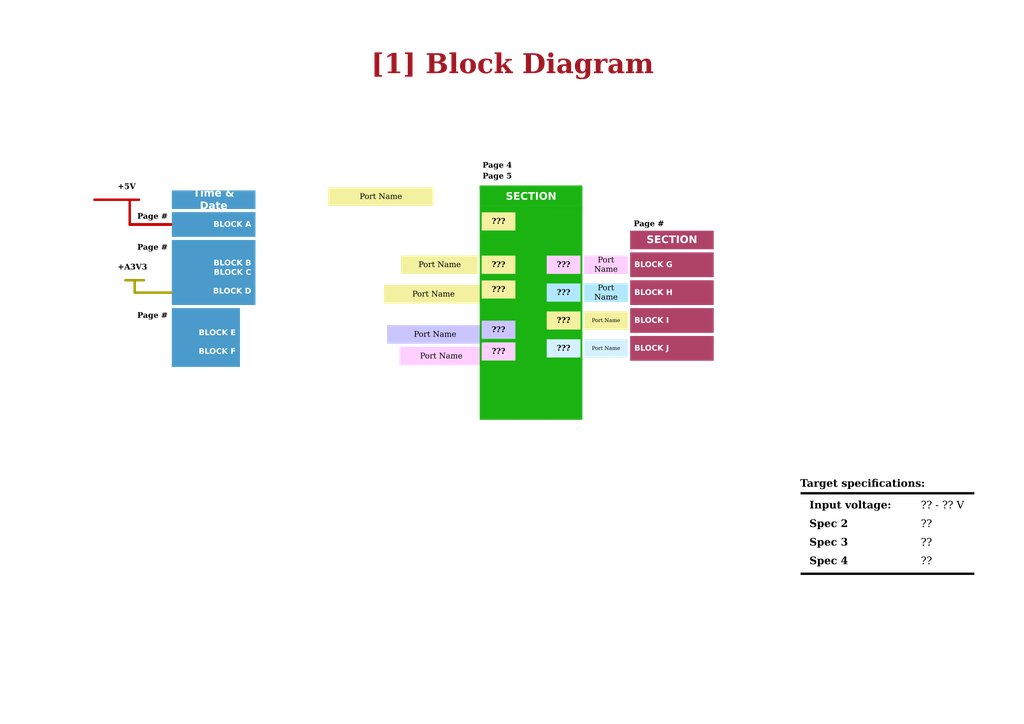
<source format=kicad_sch>
(kicad_sch
	(version 20250114)
	(generator "eeschema")
	(generator_version "9.0")
	(uuid "d4440dba-022e-49b2-97f2-6fc1871c7304")
	(paper "A3")
	(title_block
		(title "Block Diagram")
		(date "2025-01-12")
		(rev "${REVISION}")
		(company "${COMPANY}")
	)
	(lib_symbols)
	(rectangle
		(start 211.455 86.36)
		(end 224.155 172.085)
		(stroke
			(width 0)
			(type default)
			(color 26 179 18 1)
		)
		(fill
			(type color)
			(color 26 179 18 1)
		)
		(uuid 051b3dab-07ca-4b94-92bb-989d74ed83ce)
	)
	(rectangle
		(start -42.418 63.119)
		(end -41.783 63.881)
		(stroke
			(width 0.25)
			(type solid)
			(color 255 153 0 1)
		)
		(fill
			(type color)
			(color 255 153 0 1)
		)
		(uuid 12a8f300-c059-4689-9da2-e775c9b7b222)
	)
	(rectangle
		(start 196.85 76.2)
		(end 238.76 78.105)
		(stroke
			(width 0.254)
			(type default)
			(color 26 179 18 1)
		)
		(fill
			(type color)
			(color 26 179 18 1)
		)
		(uuid 1c38ab9f-78ac-4525-a905-692b68e0d7be)
	)
	(rectangle
		(start 224.155 86.995)
		(end 238.125 104.775)
		(stroke
			(width 0)
			(type default)
			(color 26 179 18 1)
		)
		(fill
			(type color)
			(color 26 179 18 1)
		)
		(uuid 26212d99-97fb-4a34-b4ec-26a67ba18c64)
	)
	(rectangle
		(start 197.485 122.555)
		(end 211.455 131.445)
		(stroke
			(width 0)
			(type default)
			(color 26 179 18 1)
		)
		(fill
			(type color)
			(color 26 179 18 1)
		)
		(uuid 33939e83-1742-40c8-b78d-5af3b914ab31)
	)
	(rectangle
		(start 69.85 119.634)
		(end 70.485 120.396)
		(stroke
			(width 0.25)
			(type default)
			(color 162 155 0 1)
		)
		(fill
			(type color)
			(color 162 155 0 1)
		)
		(uuid 3b840477-c973-44d9-8a43-b3feac50c6bc)
	)
	(rectangle
		(start 238.125 76.2)
		(end 238.76 172.085)
		(stroke
			(width 0)
			(type default)
			(color 26 179 18 1)
		)
		(fill
			(type color)
			(color 26 179 18 1)
		)
		(uuid 43ad7506-e0d7-49b6-972c-517451df1dd9)
	)
	(rectangle
		(start -73.787 63.119)
		(end -73.152 63.881)
		(stroke
			(width 0.25)
			(type solid)
			(color 194 0 194 1)
		)
		(fill
			(type color)
			(color 194 0 194 1)
		)
		(uuid 4c6cb9bc-6ebc-49a3-893d-9406d03eb74b)
	)
	(rectangle
		(start 224.155 135.255)
		(end 238.125 139.065)
		(stroke
			(width 0)
			(type default)
			(color 26 179 18 1)
		)
		(fill
			(type color)
			(color 26 179 18 1)
		)
		(uuid 5911023f-b729-4638-87b7-c8fa6a2da4ad)
	)
	(rectangle
		(start -73.025 74.93)
		(end -42.545 90.17)
		(stroke
			(width 0)
			(type default)
			(color 255 200 0 0.5019607843)
		)
		(fill
			(type color)
			(color 255 200 0 0.5019607843)
		)
		(uuid 6d27083e-baf9-459e-b0dc-430395e74362)
	)
	(rectangle
		(start 69.85 91.694)
		(end 70.485 92.456)
		(stroke
			(width 0.25)
			(type solid)
			(color 194 0 0 1)
		)
		(fill
			(type color)
			(color 194 0 0 1)
		)
		(uuid 70402685-b75b-4b36-9a72-62f7d7d97bb6)
	)
	(rectangle
		(start 224.155 123.825)
		(end 238.125 127.635)
		(stroke
			(width 0)
			(type default)
			(color 26 179 18 1)
		)
		(fill
			(type color)
			(color 26 179 18 1)
		)
		(uuid 704c4eca-e0af-4df0-a6c1-739054ac1983)
	)
	(rectangle
		(start 197.485 112.395)
		(end 211.455 114.935)
		(stroke
			(width 0)
			(type default)
			(color 26 179 18 1)
		)
		(fill
			(type color)
			(color 26 179 18 1)
		)
		(uuid 74c5f5ac-510e-4c99-8e0e-ca2d145a7687)
	)
	(rectangle
		(start 224.155 112.395)
		(end 238.125 116.205)
		(stroke
			(width 0)
			(type default)
			(color 26 179 18 1)
		)
		(fill
			(type color)
			(color 26 179 18 1)
		)
		(uuid 87d7856c-4e25-4074-8ed9-6d9286fce9a4)
	)
	(rectangle
		(start -80.645 48.26)
		(end -34.925 96.52)
		(stroke
			(width 1.27)
			(type default)
			(color 200 200 200 1)
		)
		(fill
			(type none)
		)
		(uuid 897139e0-9c3f-4923-b42e-05cc6d59978b)
	)
	(rectangle
		(start -90.043 85.09)
		(end -89.027 85.852)
		(stroke
			(width 0.001)
			(type default)
			(color 0 0 0 1)
		)
		(fill
			(type color)
			(color 0 0 0 1)
		)
		(uuid 8fb245d6-696e-46a9-aee0-fc71b1bd2811)
	)
	(rectangle
		(start -73.787 82.169)
		(end -73.152 82.931)
		(stroke
			(width 0.25)
			(type solid)
			(color 194 0 194 1)
		)
		(fill
			(type color)
			(color 194 0 194 1)
		)
		(uuid 926c14cd-51d6-4183-83aa-3acd3f364634)
	)
	(rectangle
		(start 328.422 234.95)
		(end 399.542 235.712)
		(stroke
			(width 0)
			(type default)
			(color 0 0 0 1)
		)
		(fill
			(type color)
			(color 0 0 0 1)
		)
		(uuid 96358351-64fb-49b9-98d4-c975a586b1c3)
	)
	(rectangle
		(start 197.485 139.065)
		(end 211.455 140.335)
		(stroke
			(width 0)
			(type default)
			(color 26 179 18 1)
		)
		(fill
			(type color)
			(color 26 179 18 1)
		)
		(uuid 97242065-2f97-4ca3-afed-c927195a53b5)
	)
	(rectangle
		(start -42.418 82.169)
		(end -41.783 82.931)
		(stroke
			(width 0.25)
			(type default)
			(color 212 0 32 1)
		)
		(fill
			(type color)
			(color 212 0 32 1)
		)
		(uuid b511ed02-73dc-4aca-8856-32e3a0e7b2bd)
	)
	(rectangle
		(start 197.485 94.615)
		(end 211.455 104.775)
		(stroke
			(width 0)
			(type default)
			(color 26 179 18 1)
		)
		(fill
			(type color)
			(color 26 179 18 1)
		)
		(uuid b7a01405-5415-4722-a9d4-e1bc398d69f2)
	)
	(rectangle
		(start 224.155 146.685)
		(end 238.125 172.085)
		(stroke
			(width 0)
			(type default)
			(color 26 179 18 1)
		)
		(fill
			(type color)
			(color 26 179 18 1)
		)
		(uuid c05a42e9-546b-43b1-a369-f14860ee7f90)
	)
	(rectangle
		(start 197.485 147.955)
		(end 211.455 172.085)
		(stroke
			(width 0)
			(type default)
			(color 26 179 18 1)
		)
		(fill
			(type color)
			(color 26 179 18 1)
		)
		(uuid c0f61f09-5d95-4ea6-baa5-6b9b5ba11fd4)
	)
	(circle
		(center -89.535 82.55)
		(radius 1.016)
		(stroke
			(width 0)
			(type default)
			(color 198 71 194 1)
		)
		(fill
			(type color)
			(color 198 71 194 1)
		)
		(uuid c30887ce-e8b0-4e61-8035-f856b5a10339)
	)
	(rectangle
		(start 328.422 201.93)
		(end 399.542 202.692)
		(stroke
			(width 0)
			(type default)
			(color 0 0 0 1)
		)
		(fill
			(type color)
			(color 0 0 0 1)
		)
		(uuid ca4906af-4562-456f-b79d-f6f2c9056c36)
	)
	(rectangle
		(start -73.025 55.88)
		(end -42.545 71.12)
		(stroke
			(width 0)
			(type default)
			(color 255 200 0 0.5019607843)
		)
		(fill
			(type color)
			(color 255 200 0 0.5019607843)
		)
		(uuid d13c4f55-d46a-439a-a208-cbdf66d39a09)
	)
	(rectangle
		(start 196.85 76.2)
		(end 197.485 172.085)
		(stroke
			(width 0)
			(type default)
			(color 26 179 18 1)
		)
		(fill
			(type color)
			(color 26 179 18 1)
		)
		(uuid dc9ef58a-3544-4871-98b7-f59b2deb6c2b)
	)
	(rectangle
		(start 197.485 84.455)
		(end 238.76 86.995)
		(stroke
			(width 0)
			(type default)
			(color 26 179 18 1)
		)
		(fill
			(type color)
			(color 26 179 18 1)
		)
		(uuid f6ac3050-3d82-4a34-858d-91b5402f431f)
	)
	(circle
		(center -89.535 63.5)
		(radius 1.016)
		(stroke
			(width 0)
			(type default)
			(color 198 71 194 1)
		)
		(fill
			(type color)
			(color 198 71 194 1)
		)
		(uuid fb962045-e3ad-427d-8e13-7189ce103507)
	)
	(text "+12V"
		(exclude_from_sim no)
		(at -94.615 52.07 0)
		(effects
			(font
				(face "Times New Roman")
				(size 2.286 2.286)
				(thickness 0.4572)
				(bold yes)
				(color 0 0 0 1)
			)
			(justify left bottom)
		)
		(uuid "101bf075-2779-4382-8921-8033e4839d29")
	)
	(text "+5V"
		(exclude_from_sim no)
		(at 48.26 78.74 0)
		(effects
			(font
				(face "Times New Roman")
				(size 2.286 2.286)
				(thickness 0.4572)
				(bold yes)
				(color 0 0 0 1)
			)
			(justify left bottom)
		)
		(uuid "23593793-e5e2-4dd7-8899-50a4202bb53e")
	)
	(text "+A3V3"
		(exclude_from_sim no)
		(at 48.26 111.76 0)
		(effects
			(font
				(face "Times New Roman")
				(size 2.286 2.286)
				(thickness 0.4572)
				(bold yes)
				(color 0 0 0 1)
			)
			(justify left bottom)
		)
		(uuid "7cb39811-7e9e-4b6a-b7ed-352cfdbf227b")
	)
	(text "+5V"
		(exclude_from_sim no)
		(at -24.765 71.12 0)
		(effects
			(font
				(face "Times New Roman")
				(size 2.286 2.286)
				(thickness 0.4572)
				(bold yes)
				(color 0 0 0 1)
			)
			(justify right bottom)
		)
		(uuid "ad6e3829-3684-4af1-9a28-ced841b0c880")
	)
	(text "~+170V"
		(exclude_from_sim no)
		(at -23.495 52.07 0)
		(effects
			(font
				(face "Times New Roman")
				(size 2.286 2.286)
				(thickness 0.4572)
				(bold yes)
				(color 0 0 0 1)
			)
			(justify right bottom)
		)
		(uuid "f6a5ad4b-42cb-4635-94fa-d83f0234055d")
	)
	(text_box "SECTION"
		(exclude_from_sim no)
		(at 258.445 94.615 0)
		(size 34.29 7.62)
		(margins 2.2859 2.2859 2.2859 2.2859)
		(stroke
			(width -0.0001)
			(type default)
		)
		(fill
			(type color)
			(color 175 67 103 1)
		)
		(effects
			(font
				(face "Arial")
				(size 3.048 3.048)
				(bold yes)
				(color 255 255 255 1)
			)
		)
		(uuid "08792924-1597-48a7-a535-4ea702d4e92a")
	)
	(text_box "Spec 4"
		(exclude_from_sim no)
		(at 329.692 226.06 0)
		(size 44.45 7.62)
		(margins 2.2859 2.2859 2.2859 2.2859)
		(stroke
			(width -0.0001)
			(type default)
		)
		(fill
			(type none)
		)
		(effects
			(font
				(face "Times New Roman")
				(size 3.048 3.048)
				(thickness 0.4572)
				(bold yes)
				(color 0 0 0 1)
			)
			(justify left top)
		)
		(uuid "0b8fa12d-be48-46d8-a337-f14f24e9a703")
	)
	(text_box "BLOCK H"
		(exclude_from_sim no)
		(at 258.445 114.935 0)
		(size 34.29 10.16)
		(margins 1.7144 1.7144 1.7144 1.7144)
		(stroke
			(width -0.0001)
			(type default)
		)
		(fill
			(type color)
			(color 175 67 103 1)
		)
		(effects
			(font
				(face "Arial")
				(size 2.286 2.286)
				(bold yes)
				(color 255 255 255 1)
			)
			(justify left)
		)
		(uuid "0b9b765b-8d21-4bd4-bfcc-8abb2cd50003")
	)
	(text_box "\nBLOCK B\nBLOCK C\n\nBLOCK D"
		(exclude_from_sim no)
		(at 70.485 98.425 0)
		(size 34.29 26.67)
		(margins 1.7144 1.7144 1.7144 1.7144)
		(stroke
			(width -0.0001)
			(type default)
		)
		(fill
			(type color)
			(color 74 155 203 1)
		)
		(effects
			(font
				(face "Arial")
				(size 2.286 2.286)
				(bold yes)
				(color 255 255 255 1)
			)
			(justify right)
		)
		(uuid "0ca6e80b-6bc5-4e32-b003-d47921d4eb4e")
	)
	(text_box "BLOCK I"
		(exclude_from_sim no)
		(at 258.445 126.365 0)
		(size 34.29 10.16)
		(margins 1.7144 1.7144 1.7144 1.7144)
		(stroke
			(width -0.0001)
			(type default)
		)
		(fill
			(type color)
			(color 175 67 103 1)
		)
		(effects
			(font
				(face "Arial")
				(size 2.286 2.286)
				(bold yes)
				(color 255 255 255 1)
			)
			(justify left)
		)
		(uuid "11e64421-736a-42af-9a25-95ee829c7839")
	)
	(text_box "?? - ?? V"
		(exclude_from_sim no)
		(at 375.412 203.2 0)
		(size 24.13 7.62)
		(margins 2.2859 2.2859 2.2859 2.2859)
		(stroke
			(width -0.0001)
			(type default)
		)
		(fill
			(type none)
		)
		(effects
			(font
				(face "Times New Roman")
				(size 3.048 3.048)
				(color 0 0 0 1)
			)
			(justify left top)
		)
		(uuid "15dd005a-2a1f-436c-a9b8-4953c7e00daf")
	)
	(text_box "HV Boost\nMax xxx mA"
		(exclude_from_sim no)
		(at -70.485 58.42 0)
		(size 25.4 10.16)
		(margins 1.7144 1.7144 1.7144 1.7144)
		(stroke
			(width -0.0001)
			(type solid)
		)
		(fill
			(type none)
		)
		(effects
			(font
				(face "Arial")
				(size 2.286 2.286)
				(thickness 0.254)
				(bold yes)
				(color 0 0 0 1)
			)
			(justify left top)
		)
		(uuid "2663f24d-cd9a-4dae-a281-16b6b61253ad")
	)
	(text_box "??"
		(exclude_from_sim no)
		(at 375.412 226.06 0)
		(size 24.13 7.62)
		(margins 2.2859 2.2859 2.2859 2.2859)
		(stroke
			(width -0.0001)
			(type default)
		)
		(fill
			(type none)
		)
		(effects
			(font
				(face "Times New Roman")
				(size 3.048 3.048)
				(color 0 0 0 1)
			)
			(justify left top)
		)
		(uuid "286ce998-255c-48c3-a453-7c9a43b4377f")
	)
	(text_box "SECTION"
		(exclude_from_sim no)
		(at 197.485 76.835 0)
		(size 40.64 7.62)
		(margins 2.2859 2.2859 2.2859 2.2859)
		(stroke
			(width -0.0001)
			(type default)
		)
		(fill
			(type color)
			(color 26 179 18 1)
		)
		(effects
			(font
				(face "Arial")
				(size 3.048 3.048)
				(bold yes)
				(color 255 255 255 1)
			)
		)
		(uuid "303e44ee-abec-47f8-8dea-369c5a3e7105")
	)
	(text_box "???"
		(exclude_from_sim no)
		(at 197.485 104.775 0)
		(size 13.97 7.62)
		(margins 1.7144 1.7144 1.7144 1.7144)
		(stroke
			(width -0.0001)
			(type default)
		)
		(fill
			(type color)
			(color 243 240 160 1)
		)
		(effects
			(font
				(face "Times New Roman")
				(size 2.286 2.286)
				(bold yes)
				(color 0 0 0 1)
			)
		)
		(uuid "31760221-0d6f-4f56-83a1-ee270701886f")
	)
	(text_box "Port Name"
		(exclude_from_sim no)
		(at 239.395 104.775 0)
		(size 18.288 7.62)
		(margins 1.7144 1.7144 1.7144 1.7144)
		(stroke
			(width -0.0001)
			(type default)
		)
		(fill
			(type color)
			(color 255 207 255 1)
		)
		(effects
			(font
				(face "Times New Roman")
				(size 2.286 2.286)
				(italic yes)
				(color 0 0 0 1)
			)
		)
		(uuid "3821ca79-fb94-443d-a0d0-b8f77f4280b0")
	)
	(text_box "BLOCK G"
		(exclude_from_sim no)
		(at 258.445 103.505 0)
		(size 34.29 10.16)
		(margins 1.7144 1.7144 1.7144 1.7144)
		(stroke
			(width -0.0001)
			(type default)
		)
		(fill
			(type color)
			(color 175 67 103 1)
		)
		(effects
			(font
				(face "Arial")
				(size 2.286 2.286)
				(bold yes)
				(color 255 255 255 1)
			)
			(justify left)
		)
		(uuid "3876e24b-eb64-40f0-82f4-8ed551a76338")
	)
	(text_box "BLOCK A"
		(exclude_from_sim no)
		(at 70.485 86.995 0)
		(size 34.29 10.16)
		(margins 1.7144 1.7144 1.7144 1.7144)
		(stroke
			(width -0.0001)
			(type solid)
		)
		(fill
			(type color)
			(color 74 155 203 1)
		)
		(effects
			(font
				(face "Arial")
				(size 2.286 2.286)
				(bold yes)
				(color 255 255 255 1)
			)
			(justify right)
		)
		(uuid "3910b3f6-1cc5-449c-afe1-9650f7f39464")
	)
	(text_box "???"
		(exclude_from_sim no)
		(at 197.485 140.335 0)
		(size 13.97 7.62)
		(margins 1.7144 1.7144 1.7144 1.7144)
		(stroke
			(width -0.0001)
			(type default)
		)
		(fill
			(type color)
			(color 255 207 255 1)
		)
		(effects
			(font
				(face "Times New Roman")
				(size 2.286 2.286)
				(bold yes)
				(color 0 0 0 1)
			)
		)
		(uuid "3a803ec7-48bf-494a-8620-a6b0d82a5e96")
	)
	(text_box "Page #"
		(exclude_from_sim no)
		(at 52.705 85.725 0)
		(size 17.78 5.08)
		(margins 1.7144 1.7144 1.7144 1.7144)
		(stroke
			(width -0.0001)
			(type default)
		)
		(fill
			(type none)
		)
		(effects
			(font
				(face "Times New Roman")
				(size 2.286 2.286)
				(thickness 0.4572)
				(bold yes)
				(color 0 0 0 1)
			)
			(justify right top)
		)
		(uuid "437beeb4-8fab-4629-8a22-68c4be7a2c41")
	)
	(text_box "Port Name"
		(exclude_from_sim no)
		(at 239.395 139.065 0)
		(size 18.288 7.62)
		(margins 1.1429 1.1429 1.1429 1.1429)
		(stroke
			(width -0.0001)
			(type default)
		)
		(fill
			(type color)
			(color 213 241 255 1)
		)
		(effects
			(font
				(face "Times New Roman")
				(size 1.524 1.524)
				(italic yes)
				(color 0 0 0 1)
			)
		)
		(uuid "5bc00d08-ece7-489a-82a0-99db7e5f4aea")
	)
	(text_box "Port Name"
		(exclude_from_sim no)
		(at 164.465 104.775 0)
		(size 31.75 7.62)
		(margins 1.7144 1.7144 1.7144 1.7144)
		(stroke
			(width -0.0001)
			(type default)
		)
		(fill
			(type color)
			(color 243 240 160 1)
		)
		(effects
			(font
				(face "Times New Roman")
				(size 2.286 2.286)
				(italic yes)
				(color 0 0 0 1)
			)
		)
		(uuid "5ce5a322-8350-4910-8fa8-1f7f1d462e6a")
	)
	(text_box "Port Name"
		(exclude_from_sim no)
		(at 239.395 127.635 0)
		(size 18.288 7.62)
		(margins 1.1429 1.1429 1.1429 1.1429)
		(stroke
			(width -0.0001)
			(type default)
		)
		(fill
			(type color)
			(color 243 240 160 1)
		)
		(effects
			(font
				(face "Times New Roman")
				(size 1.524 1.524)
				(italic yes)
				(color 0 0 0 1)
			)
		)
		(uuid "5f4a2d80-9818-43e5-9ca8-d8665fb36805")
	)
	(text_box "Page 4"
		(exclude_from_sim no)
		(at 196.215 64.77 0)
		(size 24.765 5.08)
		(margins 1.7144 1.7144 1.7144 1.7144)
		(stroke
			(width -0.0001)
			(type default)
		)
		(fill
			(type none)
		)
		(effects
			(font
				(face "Times New Roman")
				(size 2.286 2.286)
				(thickness 0.4572)
				(bold yes)
				(color 0 0 0 1)
			)
			(justify left top)
		)
		(uuid "5fb758b9-5535-46ac-bcbe-588aaeffe614")
	)
	(text_box "???"
		(exclude_from_sim no)
		(at 224.155 116.205 0)
		(size 13.97 7.62)
		(margins 1.7144 1.7144 1.7144 1.7144)
		(stroke
			(width -0.0001)
			(type default)
		)
		(fill
			(type color)
			(color 178 232 255 1)
		)
		(effects
			(font
				(face "Times New Roman")
				(size 2.286 2.286)
				(bold yes)
				(color 0 0 0 1)
			)
		)
		(uuid "6bb82d71-4237-4fb9-a71e-68c5a65a7171")
	)
	(text_box "Page #"
		(exclude_from_sim no)
		(at 52.705 126.365 0)
		(size 17.78 5.08)
		(margins 1.7144 1.7144 1.7144 1.7144)
		(stroke
			(width -0.0001)
			(type default)
		)
		(fill
			(type none)
		)
		(effects
			(font
				(face "Times New Roman")
				(size 2.286 2.286)
				(thickness 0.4572)
				(bold yes)
				(color 0 0 0 1)
			)
			(justify right top)
			(href "#")
		)
		(uuid "71234750-6a94-4706-b48c-45e77bb2fa83")
	)
	(text_box "[${#}] ${TITLE}"
		(exclude_from_sim no)
		(at 144.78 20.32 0)
		(size 130.81 12.7)
		(margins 5.9999 5.9999 5.9999 5.9999)
		(stroke
			(width -0.0001)
			(type default)
		)
		(fill
			(type none)
		)
		(effects
			(font
				(face "Times New Roman")
				(size 8 8)
				(thickness 1.2)
				(bold yes)
				(color 162 22 34 1)
			)
		)
		(uuid "73b2b29c-2473-4e80-be0b-4f57c6856c3e")
	)
	(text_box "??"
		(exclude_from_sim no)
		(at 375.412 210.82 0)
		(size 24.13 7.62)
		(margins 2.2859 2.2859 2.2859 2.2859)
		(stroke
			(width -0.0001)
			(type default)
		)
		(fill
			(type none)
		)
		(effects
			(font
				(face "Times New Roman")
				(size 3.048 3.048)
				(color 0 0 0 1)
			)
			(justify left top)
		)
		(uuid "79a60212-4382-435d-b74b-f889451ff3a1")
	)
	(text_box "Input voltage:"
		(exclude_from_sim no)
		(at 329.692 203.2 0)
		(size 41.91 7.62)
		(margins 2.2859 2.2859 2.2859 2.2859)
		(stroke
			(width -0.0001)
			(type default)
		)
		(fill
			(type none)
		)
		(effects
			(font
				(face "Times New Roman")
				(size 3.048 3.048)
				(thickness 0.4572)
				(bold yes)
				(color 0 0 0 1)
			)
			(justify left top)
		)
		(uuid "7a48ef1e-fc21-4f84-87ab-2b944a808bd0")
	)
	(text_box "Time & Date"
		(exclude_from_sim no)
		(at 70.485 78.105 0)
		(size 34.29 7.62)
		(margins 2.2859 2.2859 2.2859 2.2859)
		(stroke
			(width -0.0001)
			(type solid)
		)
		(fill
			(type color)
			(color 74 155 203 1)
		)
		(effects
			(font
				(face "Arial")
				(size 3.048 3.048)
				(bold yes)
				(color 255 255 255 1)
			)
		)
		(uuid "7a77dff7-2b2f-4cc0-b247-3708c3bf73e3")
	)
	(text_box "Port Name"
		(exclude_from_sim no)
		(at 163.83 142.24 0)
		(size 34.29 7.62)
		(margins 1.7144 1.7144 1.7144 1.7144)
		(stroke
			(width -0.0001)
			(type default)
		)
		(fill
			(type color)
			(color 255 207 255 1)
		)
		(effects
			(font
				(face "Times New Roman")
				(size 2.286 2.286)
				(italic yes)
				(color 0 0 0 1)
			)
		)
		(uuid "84849006-fb86-4477-a3f4-4ca49bfeb231")
	)
	(text_box "Page #"
		(exclude_from_sim no)
		(at 52.705 98.425 0)
		(size 17.78 5.08)
		(margins 1.7144 1.7144 1.7144 1.7144)
		(stroke
			(width -0.0001)
			(type default)
		)
		(fill
			(type none)
		)
		(effects
			(font
				(face "Times New Roman")
				(size 2.286 2.286)
				(thickness 0.4572)
				(bold yes)
				(color 0 0 0 1)
			)
			(justify right top)
		)
		(uuid "87f20548-41ba-4502-b504-e75401f699bf")
	)
	(text_box "???"
		(exclude_from_sim no)
		(at 197.485 131.445 0)
		(size 13.97 7.62)
		(margins 1.7144 1.7144 1.7144 1.7144)
		(stroke
			(width -0.0001)
			(type default)
		)
		(fill
			(type color)
			(color 202 196 255 1)
		)
		(effects
			(font
				(face "Times New Roman")
				(size 2.286 2.286)
				(bold yes)
				(color 0 0 0 1)
			)
		)
		(uuid "88cc83e7-7bb4-4d6b-9595-b9e1bee5e04b")
	)
	(text_box "Target specifications:"
		(exclude_from_sim no)
		(at 325.882 194.31 0)
		(size 73.66 7.62)
		(margins 2.2859 2.2859 2.2859 2.2859)
		(stroke
			(width -0.0001)
			(type default)
		)
		(fill
			(type none)
		)
		(effects
			(font
				(face "Times New Roman")
				(size 3.048 3.048)
				(thickness 0.4572)
				(bold yes)
				(color 0 0 0 1)
			)
			(justify left top)
		)
		(uuid "92d1b8db-5c65-4f81-bd38-95477ba2f196")
	)
	(text_box "???"
		(exclude_from_sim no)
		(at 197.485 114.935 0)
		(size 13.97 7.62)
		(margins 1.7144 1.7144 1.7144 1.7144)
		(stroke
			(width -0.0001)
			(type default)
		)
		(fill
			(type color)
			(color 243 240 160 1)
		)
		(effects
			(font
				(face "Times New Roman")
				(size 2.286 2.286)
				(bold yes)
				(color 0 0 0 1)
			)
		)
		(uuid "944097c9-4bfa-4c51-95fb-545c2fe74181")
	)
	(text_box "???"
		(exclude_from_sim no)
		(at 224.155 139.065 0)
		(size 13.97 7.62)
		(margins 1.7144 1.7144 1.7144 1.7144)
		(stroke
			(width -0.0001)
			(type default)
		)
		(fill
			(type color)
			(color 213 241 255 1)
		)
		(effects
			(font
				(face "Times New Roman")
				(size 2.286 2.286)
				(bold yes)
				(color 0 0 0 1)
			)
		)
		(uuid "96a92221-2447-4655-a0df-2333f7d2fcea")
	)
	(text_box "???"
		(exclude_from_sim no)
		(at 224.155 104.775 0)
		(size 13.97 7.62)
		(margins 1.7144 1.7144 1.7144 1.7144)
		(stroke
			(width -0.0001)
			(type default)
		)
		(fill
			(type color)
			(color 255 207 255 1)
		)
		(effects
			(font
				(face "Times New Roman")
				(size 2.286 2.286)
				(bold yes)
				(color 0 0 0 1)
			)
		)
		(uuid "99de4852-1e6a-43c2-80a3-f90f994ca547")
	)
	(text_box "Port Name"
		(exclude_from_sim no)
		(at 157.48 116.84 0)
		(size 40.64 7.62)
		(margins 1.7144 1.7144 1.7144 1.7144)
		(stroke
			(width -0.0001)
			(type default)
		)
		(fill
			(type color)
			(color 243 240 160 1)
		)
		(effects
			(font
				(face "Times New Roman")
				(size 2.286 2.286)
				(italic yes)
				(color 0 0 0 1)
			)
		)
		(uuid "9f20ae52-6c21-4c39-bd5b-0dd4e6ac30ac")
	)
	(text_box "Spec 3"
		(exclude_from_sim no)
		(at 329.692 218.44 0)
		(size 41.91 7.62)
		(margins 2.2859 2.2859 2.2859 2.2859)
		(stroke
			(width -0.0001)
			(type default)
		)
		(fill
			(type none)
		)
		(effects
			(font
				(face "Times New Roman")
				(size 3.048 3.048)
				(thickness 0.4572)
				(bold yes)
				(color 0 0 0 1)
			)
			(justify left top)
		)
		(uuid "a94bbe48-2b5a-4095-ae3e-6304ba06e582")
	)
	(text_box "??"
		(exclude_from_sim no)
		(at 375.412 218.44 0)
		(size 24.13 7.62)
		(margins 2.2859 2.2859 2.2859 2.2859)
		(stroke
			(width -0.0001)
			(type default)
		)
		(fill
			(type none)
		)
		(effects
			(font
				(face "Times New Roman")
				(size 3.048 3.048)
				(color 0 0 0 1)
			)
			(justify left top)
		)
		(uuid "a9743942-0f35-4d97-920c-63913a3a8cf5")
	)
	(text_box "Spec 2"
		(exclude_from_sim no)
		(at 329.692 210.82 0)
		(size 43.18 7.62)
		(margins 2.2859 2.2859 2.2859 2.2859)
		(stroke
			(width -0.0001)
			(type default)
		)
		(fill
			(type none)
		)
		(effects
			(font
				(face "Times New Roman")
				(size 3.048 3.048)
				(thickness 0.4572)
				(bold yes)
				(color 0 0 0 1)
			)
			(justify left top)
		)
		(uuid "acb13397-22c2-4daa-8b50-96cfdf3951b7")
	)
	(text_box "???"
		(exclude_from_sim no)
		(at 197.485 86.995 0)
		(size 13.97 7.62)
		(margins 1.7144 1.7144 1.7144 1.7144)
		(stroke
			(width -0.0001)
			(type default)
		)
		(fill
			(type color)
			(color 243 240 160 1)
		)
		(effects
			(font
				(face "Times New Roman")
				(size 2.286 2.286)
				(bold yes)
				(color 0 0 0 1)
			)
		)
		(uuid "b718a613-50e2-4e59-ad8f-81f389012f74")
	)
	(text_box "Port Name"
		(exclude_from_sim no)
		(at 158.75 133.35 0)
		(size 39.37 7.62)
		(margins 1.7144 1.7144 1.7144 1.7144)
		(stroke
			(width -0.0001)
			(type default)
		)
		(fill
			(type color)
			(color 202 196 255 1)
		)
		(effects
			(font
				(face "Times New Roman")
				(size 2.286 2.286)
				(italic yes)
				(color 0 0 0 1)
			)
		)
		(uuid "be16dbe1-3641-4384-b37c-5e66a5e92800")
	)
	(text_box "Logic Supply\nMax xxx mA"
		(exclude_from_sim no)
		(at -70.485 77.47 0)
		(size 25.4 10.16)
		(margins 1.7144 1.7144 1.7144 1.7144)
		(stroke
			(width -0.0001)
			(type solid)
		)
		(fill
			(type none)
		)
		(effects
			(font
				(face "Arial")
				(size 2.286 2.286)
				(thickness 0.254)
				(bold yes)
				(color 0 0 0 1)
			)
			(justify left top)
		)
		(uuid "c57b2792-b5b6-4248-8bcf-18760935fbf0")
	)
	(text_box "Port Name"
		(exclude_from_sim no)
		(at 239.395 116.205 0)
		(size 18.288 7.62)
		(margins 1.7144 1.7144 1.7144 1.7144)
		(stroke
			(width -0.0001)
			(type default)
		)
		(fill
			(type color)
			(color 178 232 255 1)
		)
		(effects
			(font
				(face "Times New Roman")
				(size 2.286 2.286)
				(italic yes)
				(color 0 0 0 1)
			)
		)
		(uuid "c774310f-dfe3-45db-be98-953f7da6465f")
	)
	(text_box "Page 4"
		(exclude_from_sim no)
		(at -81.915 41.91 0)
		(size 26.67 5.08)
		(margins 1.7144 1.7144 1.7144 1.7144)
		(stroke
			(width -0.0001)
			(type solid)
		)
		(fill
			(type none)
		)
		(effects
			(font
				(face "Times New Roman")
				(size 2.286 2.286)
				(thickness 0.4572)
				(bold yes)
				(color 0 0 0 1)
			)
			(justify left top)
			(href "#4")
		)
		(uuid "d9eed77b-8391-48bf-a073-8dcaf7ecaa31")
	)
	(text_box "Port Name"
		(exclude_from_sim no)
		(at 134.62 76.835 0)
		(size 43.18 7.62)
		(margins 1.7144 1.7144 1.7144 1.7144)
		(stroke
			(width -0.0001)
			(type default)
		)
		(fill
			(type color)
			(color 243 240 160 1)
		)
		(effects
			(font
				(face "Times New Roman")
				(size 2.286 2.286)
				(italic yes)
				(color 0 0 0 1)
			)
		)
		(uuid "e4d2bfdf-da93-4c54-800e-be869ac37023")
	)
	(text_box "???"
		(exclude_from_sim no)
		(at 224.155 127.635 0)
		(size 13.97 7.62)
		(margins 1.7144 1.7144 1.7144 1.7144)
		(stroke
			(width -0.0001)
			(type default)
		)
		(fill
			(type color)
			(color 243 240 160 1)
		)
		(effects
			(font
				(face "Times New Roman")
				(size 2.286 2.286)
				(bold yes)
				(color 0 0 0 1)
			)
		)
		(uuid "ecd90e4f-03f0-4de1-bc8b-8f151772557e")
	)
	(text_box "\nBLOCK E\n\nBLOCK F"
		(exclude_from_sim no)
		(at 70.485 126.365 0)
		(size 27.94 24.13)
		(margins 1.7144 1.7144 1.7144 1.7144)
		(stroke
			(width -0.0001)
			(type default)
		)
		(fill
			(type color)
			(color 74 155 203 1)
		)
		(effects
			(font
				(face "Arial")
				(size 2.286 2.286)
				(bold yes)
				(color 255 255 255 1)
			)
			(justify right)
		)
		(uuid "f0caa8ad-c53d-4be7-a0df-6a7fccf418bb")
	)
	(text_box "BLOCK J"
		(exclude_from_sim no)
		(at 258.445 137.795 0)
		(size 34.29 10.16)
		(margins 1.7144 1.7144 1.7144 1.7144)
		(stroke
			(width -0.0001)
			(type default)
		)
		(fill
			(type color)
			(color 175 67 103 1)
		)
		(effects
			(font
				(face "Arial")
				(size 2.286 2.286)
				(bold yes)
				(color 255 255 255 1)
			)
			(justify left)
		)
		(uuid "f1a231a9-4a97-4e03-af77-e46caf6743df")
	)
	(text_box "Page 5"
		(exclude_from_sim no)
		(at 196.215 69.215 0)
		(size 24.765 5.08)
		(margins 1.7144 1.7144 1.7144 1.7144)
		(stroke
			(width -0.0001)
			(type default)
		)
		(fill
			(type none)
		)
		(effects
			(font
				(face "Times New Roman")
				(size 2.286 2.286)
				(thickness 0.4572)
				(bold yes)
				(color 0 0 0 1)
			)
			(justify left top)
			(href "#5")
		)
		(uuid "f4bd87c5-f2bc-4cb7-a254-f36834bb4744")
	)
	(text_box "Page #"
		(exclude_from_sim no)
		(at 258.191 88.773 0)
		(size 17.78 5.08)
		(margins 1.7144 1.7144 1.7144 1.7144)
		(stroke
			(width -0.0001)
			(type default)
		)
		(fill
			(type none)
		)
		(effects
			(font
				(face "Times New Roman")
				(size 2.286 2.286)
				(thickness 0.4572)
				(bold yes)
				(color 0 0 0 1)
			)
			(justify left top)
			(href "#8")
		)
		(uuid "f9cfb483-344e-45f2-991c-61549317056f")
	)
	(polyline
		(pts
			(xy -73.533 82.55) (xy -89.535 82.55)
		)
		(stroke
			(width 1.016)
			(type default)
			(color 198 71 194 1)
		)
		(uuid "0078cbf7-9098-45ec-96f3-0b36f648924d")
	)
	(polyline
		(pts
			(xy -73.533 63.5) (xy -89.535 63.5)
		)
		(stroke
			(width 1.016)
			(type default)
			(color 198 71 194 1)
		)
		(uuid "08fc0cd0-29a2-41e6-a897-d7a6a489c1c7")
	)
	(polyline
		(pts
			(xy -88.265 113.03) (xy -89.535 113.03)
		)
		(stroke
			(width 1.016)
			(type default)
			(color 0 0 0 1)
		)
		(uuid "16292375-e090-4b0a-9979-2cc082e8c0cc")
	)
	(polyline
		(pts
			(xy 69.977 92.075) (xy 53.213 92.075)
		)
		(stroke
			(width 1.016)
			(type solid)
			(color 194 0 0 1)
		)
		(uuid "18ccff52-fe32-4310-8592-269233d1181b")
	)
	(polyline
		(pts
			(xy -27.305 72.39) (xy -27.305 82.55)
		)
		(stroke
			(width 1.016)
			(type default)
			(color 212 0 32 1)
		)
		(uuid "22ecdb21-cb6c-4fea-8215-9ca181dc7654")
	)
	(polyline
		(pts
			(xy -89.535 85.598) (xy -89.535 107.95)
		)
		(stroke
			(width 1.016)
			(type default)
			(color 0 0 0 1)
		)
		(uuid "2bd63e72-c2e0-4174-99b9-37b4608d1b51")
	)
	(polyline
		(pts
			(xy -27.305 53.34) (xy -27.305 63.5)
		)
		(stroke
			(width 1.016)
			(type solid)
			(color 255 153 0 1)
		)
		(uuid "3868fb89-5692-47ab-8dc3-c1768a62c47d")
	)
	(polyline
		(pts
			(xy -23.495 72.39) (xy -27.305 72.39)
		)
		(stroke
			(width 1.016)
			(type default)
			(color 212 0 32 1)
		)
		(uuid "3ad61ad5-2501-40ac-9bf7-e665e25219ef")
	)
	(polyline
		(pts
			(xy -93.345 53.34) (xy -89.535 53.34)
		)
		(stroke
			(width 1.016)
			(type default)
			(color 198 71 194 1)
		)
		(uuid "46995de7-d2ae-43dc-828c-7a85c3a686f0")
	)
	(polyline
		(pts
			(xy 53.213 92.075) (xy 69.977 92.075)
		)
		(stroke
			(width 1.016)
			(type solid)
			(color 194 0 0 1)
		)
		(uuid "4a6a723d-0e8f-441a-bc62-10c34881031b")
	)
	(polyline
		(pts
			(xy -89.535 63.5) (xy -89.535 72.39)
		)
		(stroke
			(width 1.016)
			(type default)
			(color 198 71 194 1)
		)
		(uuid "643459a2-2a93-46f1-8503-aa865b67ae0a")
	)
	(polyline
		(pts
			(xy -42.037 63.5) (xy -27.305 63.5)
		)
		(stroke
			(width 1.016)
			(type solid)
			(color 255 153 0 1)
		)
		(uuid "72e45290-1169-4f8d-8787-af61206287b7")
	)
	(polyline
		(pts
			(xy -89.535 110.49) (xy -92.075 110.49)
		)
		(stroke
			(width 1.016)
			(type default)
			(color 0 0 0 1)
		)
		(uuid "7423a2fa-a301-488a-ae90-a426fc1d0892")
	)
	(polyline
		(pts
			(xy -86.995 110.49) (xy -89.535 110.49)
		)
		(stroke
			(width 1.016)
			(type default)
			(color 0 0 0 1)
		)
		(uuid "76447def-e6fd-482e-8306-88604873856d")
	)
	(polyline
		(pts
			(xy 53.213 92.075) (xy 69.977 92.075)
		)
		(stroke
			(width 1.016)
			(type solid)
			(color 194 0 0 1)
		)
		(uuid "78163892-9da9-48d4-b36a-0f1b0a4a032d")
	)
	(polyline
		(pts
			(xy 51.435 114.935) (xy 55.245 114.935)
		)
		(stroke
			(width 1.016)
			(type default)
			(color 162 155 0 1)
		)
		(uuid "7bd287d3-dc22-4cf8-a763-778f3da65289")
	)
	(polyline
		(pts
			(xy -89.535 53.34) (xy -89.535 63.5)
		)
		(stroke
			(width 1.016)
			(type default)
			(color 198 71 194 1)
		)
		(uuid "8cfd58b3-fea8-4a65-9b23-c746ab0a9f02")
	)
	(polyline
		(pts
			(xy -94.615 107.95) (xy -89.535 107.95)
		)
		(stroke
			(width 1.016)
			(type default)
			(color 0 0 0 1)
		)
		(uuid "95a37cc2-e75a-4501-a098-956d2a7cf878")
	)
	(polyline
		(pts
			(xy 53.213 81.915) (xy 53.213 92.075)
		)
		(stroke
			(width 1.016)
			(type solid)
			(color 194 0 0 1)
		)
		(uuid "9ea93a8a-79ec-4966-b5b9-d418a1953413")
	)
	(polyline
		(pts
			(xy 53.213 81.915) (xy 57.023 81.915)
		)
		(stroke
			(width 1.016)
			(type solid)
			(color 194 0 0 1)
		)
		(uuid "a0186362-c474-4f60-92f7-0cd6ab4716b3")
	)
	(polyline
		(pts
			(xy -89.535 53.34) (xy -85.725 53.34)
		)
		(stroke
			(width 1.016)
			(type default)
			(color 198 71 194 1)
		)
		(uuid "aa5dc26a-edf0-426a-baae-3922b009809d")
	)
	(polyline
		(pts
			(xy -27.305 53.34) (xy -31.115 53.34)
		)
		(stroke
			(width 1.016)
			(type solid)
			(color 255 153 0 1)
		)
		(uuid "abfb0e67-9089-48e8-8232-8502ca1768e2")
	)
	(polyline
		(pts
			(xy -89.535 113.03) (xy -90.805 113.03)
		)
		(stroke
			(width 1.016)
			(type default)
			(color 0 0 0 1)
		)
		(uuid "ae679bf6-2423-4eb6-83ff-203e4dbc3b14")
	)
	(polyline
		(pts
			(xy 38.735 81.915) (xy 53.213 81.915)
		)
		(stroke
			(width 1.016)
			(type solid)
			(color 194 0 0 1)
		)
		(uuid "b0945337-03d4-457a-9c2e-c0bab7dcf94e")
	)
	(polyline
		(pts
			(xy 69.977 120.015) (xy 55.245 120.015)
		)
		(stroke
			(width 1.016)
			(type default)
			(color 162 155 0 1)
		)
		(uuid "b3418ae8-9d75-4e41-a3da-190702cd18d2")
	)
	(polyline
		(pts
			(xy -27.305 72.39) (xy -31.115 72.39)
		)
		(stroke
			(width 1.016)
			(type default)
			(color 212 0 32 1)
		)
		(uuid "b6c0a1ce-c65c-4ea7-8db7-d4822d92fceb")
	)
	(polyline
		(pts
			(xy -89.535 82.55) (xy -89.535 85.09)
		)
		(stroke
			(width 1.016)
			(type default)
			(color 198 71 194 1)
		)
		(uuid "c77cfe17-7041-4211-9a75-38440e7c05df")
	)
	(polyline
		(pts
			(xy 53.213 92.075) (xy 69.977 92.075)
		)
		(stroke
			(width 1.016)
			(type solid)
			(color 255 0 0 1)
		)
		(uuid "ca5b81eb-6ffd-4410-9439-97557a836a88")
	)
	(polyline
		(pts
			(xy -23.495 53.34) (xy -27.305 53.34)
		)
		(stroke
			(width 1.016)
			(type solid)
			(color 255 153 0 1)
		)
		(uuid "d29a50be-ce3c-4cb1-b849-60799978c305")
	)
	(polyline
		(pts
			(xy 55.245 114.935) (xy 55.245 120.015)
		)
		(stroke
			(width 1.016)
			(type default)
			(color 162 155 0 1)
		)
		(uuid "e522b6d4-c3ef-41d5-9de8-677c57429daf")
	)
	(polyline
		(pts
			(xy -42.037 82.55) (xy -27.305 82.55)
		)
		(stroke
			(width 1.016)
			(type default)
			(color 212 0 32 1)
		)
		(uuid "e77019d6-1773-46ed-953e-95dcf6e77cd6")
	)
	(polyline
		(pts
			(xy -89.535 72.39) (xy -89.535 82.55)
		)
		(stroke
			(width 1.016)
			(type default)
			(color 198 71 194 1)
		)
		(uuid "f15951f9-af67-479e-871b-cba1a69ad58a")
	)
	(polyline
		(pts
			(xy 55.245 114.935) (xy 59.055 114.935)
		)
		(stroke
			(width 1.016)
			(type default)
			(color 162 155 0 1)
		)
		(uuid "f20be4ca-f5a2-4033-9321-086a1473fb5f")
	)
	(polyline
		(pts
			(xy -89.535 107.95) (xy -84.455 107.95)
		)
		(stroke
			(width 1.016)
			(type default)
			(color 0 0 0 1)
		)
		(uuid "f5115127-85c3-4f3c-ba14-b9a3028b6847")
	)
	(sheet_instances
		(path "/"
			(page "1")
		)
	)
	(embedded_fonts no)
)

</source>
